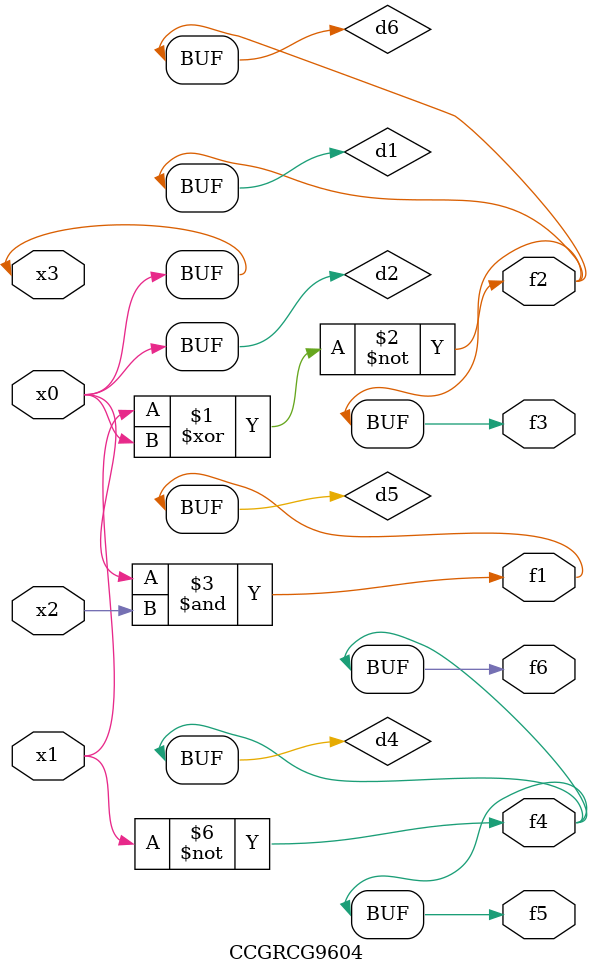
<source format=v>
module CCGRCG9604(
	input x0, x1, x2, x3,
	output f1, f2, f3, f4, f5, f6
);

	wire d1, d2, d3, d4, d5, d6;

	xnor (d1, x1, x3);
	buf (d2, x0, x3);
	nand (d3, x0, x2);
	not (d4, x1);
	nand (d5, d3);
	or (d6, d1);
	assign f1 = d5;
	assign f2 = d6;
	assign f3 = d6;
	assign f4 = d4;
	assign f5 = d4;
	assign f6 = d4;
endmodule

</source>
